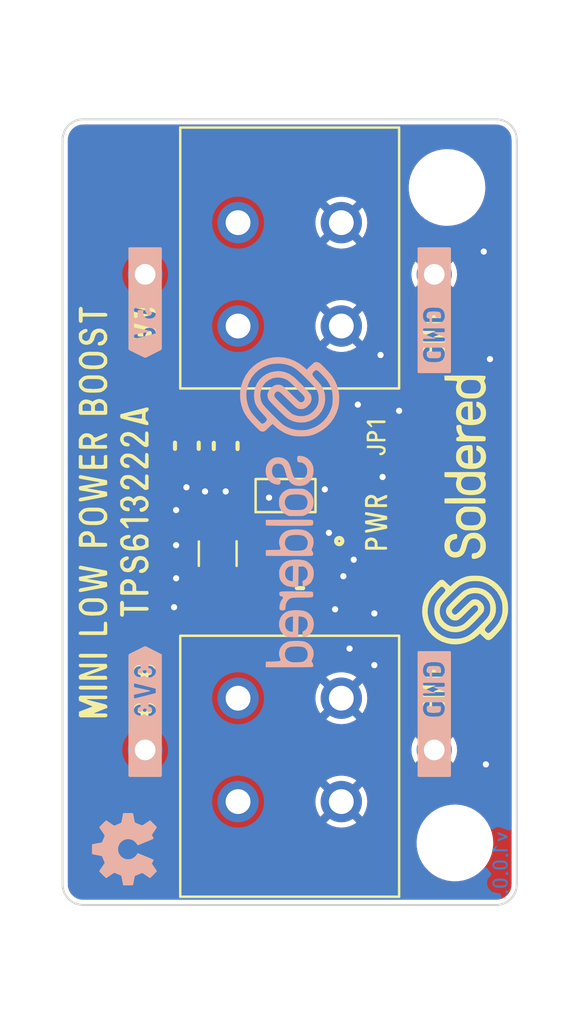
<source format=kicad_pcb>
(kicad_pcb (version 20211014) (generator pcbnew)
  (title_block (title "Mini low-power TPS613222A boost converter") (date "2021-09-20") (rev "V1.0.0.") (company "SOLDERED") (comment 1 "333096"))
  (layers (0 "F.Cu" signal) (31 "B.Cu" signal) (34 "B.Paste" user) (35 "F.Paste" user) (36 "B.SilkS" user "B.Silkscreen") (37 "F.SilkS" user "F.Silkscreen") (38 "B.Mask" user) (39 "F.Mask" user) (44 "Edge.Cuts" user))
  (net 0 "")
  (net 1 "GND")
  (net 2 "5V")
  (net 3 "3V3")
  (net 4 "Net-(L1-Pad1)")
  (net 7 "Net-(D1-Pad1)")
  (net 8 "Net-(JP1-Pad2)")
  (net 9 "VOUT")
  (footprint "e-radionica.com footprinti:FIDUCIAL_23" (layer "F.Cu") (at 113.5 96.7)
    (fp_text reference "FD1")
    (fp_text value "FIDUCIAL")
    (fp_circle (center 0 0) (end 1 0) (layer "F.Cu") (width 0.2) (fill none))
    (pad "1" smd circle (at 0 0) (size 1 1) (layers "F.Cu" "F.Paste" "F.Mask") (clearance 1.1))
  )
  (footprint "e-radionica.com footprinti:HOLE_3.2mm" (layer "F.Cu") (at 128.62 97.3)
    (fp_text reference "H2" hide)
    (fp_text value "HOLE_3.2mm" hide)
    (pad "" np_thru_hole circle locked (at 0 0) (size 3.2 3.2) (drill 3.2) (layers F&B.Cu *.Mask))
  )
  (footprint "buzzardLabel" (layer "F.Cu") (at 111.5 113 90)
    (fp_text reference "" (at 0 0 90) (layer "F.SilkS") (effects (font (size 1.27 1.27))))
    (fp_text value "" (at 0 0 90) (layer "F.SilkS") (effects (font (size 1.27 1.27))))
  )
  (footprint "e-radionica.com footprinti:TERMINAL_KF235-5.0-2P" (layer "F.Cu") (at 121 124.5)
    (fp_text reference "K5")
    (fp_text value "TERMINAL_KF235-5.0-2P")
    (pad "1" thru_hole circle (at 2.5 -2.5) (size 2 2) (drill 1.2) (layers *.Cu *.Mask) (net 1 "GND"))
    (pad "1" thru_hole circle (at 2.5 2.5) (size 2 2) (drill 1.2) (layers *.Cu *.Mask) (net 1 "GND"))
    (pad "2" thru_hole circle (at -2.5 2.5) (size 2 2) (drill 1.2) (layers *.Cu *.Mask) (net 3 "3V3"))
    (pad "2" thru_hole circle (at -2.5 -2.5) (size 2 2) (drill 1.2) (layers *.Cu *.Mask) (net 3 "3V3"))
  )
  (footprint "buzzardLabel" (layer "F.Cu") (at 114 126.2 90)
    (fp_text reference "" (at 0 0 90) (layer "F.SilkS") (effects (font (size 1.27 1.27))))
    (fp_text value "" (at 0 0 90) (layer "F.SilkS") (effects (font (size 1.27 1.27))))
  )
  (footprint "e-radionica.com footprinti:0805C" (layer "F.Cu") (at 116.02 109.79 90)
    (fp_text reference "C1")
    (fp_text value "CL10A226MP8NUNE")
    (pad "1" smd rect locked (at -0.975 0 180) (size 1.35 0.9) (layers "F.Cu" "F.Paste" "F.Mask") (net 1 "GND"))
    (pad "2" smd rect locked (at 0.975 0 180) (size 1.35 0.9) (layers "F.Cu" "F.Paste" "F.Mask") (net 2 "5V"))
  )
  (footprint "buzzardLabel" (layer "F.Cu") (at 125.2 113.5 90)
    (fp_text reference "" (at 0 0 90) (layer "F.SilkS") (effects (font (size 1.27 1.27))))
    (fp_text value "" (at 0 0 90) (layer "F.SilkS") (effects (font (size 1.27 1.27))))
  )
  (footprint "e-radionica.com footprinti:0402LED" (layer "F.Cu") (at 124 113.5 -90)
    (fp_text reference "D1")
    (fp_text value "purple")
    (pad "1" smd rect locked (at -0.55 0) (size 0.75 0.45) (layers "F.Cu" "F.Paste" "F.Mask") (net 7 "Net-(D1-Pad1)"))
    (pad "2" smd rect locked (at 0.55 0) (size 0.75 0.45) (layers "F.Cu" "F.Paste" "F.Mask") (net 1 "GND"))
  )
  (footprint "e-radionica.com footprinti:SMD-JUMPER-CONNECTED_TRACE_SLODERMASK" (layer "F.Cu") (at 124 109.4 -90)
    (fp_text reference "JP1")
    (fp_text value "SMD-JUMPER-CONNECTED_TRACE_SLODERMASK")
    (fp_poly (pts (xy 0.1 0.1) (xy -0.1 0.1) (xy -0.1 -0.1) (xy 0.1 -0.1)) (layer "F.Cu") (width 0.1) (fill solid))
    (pad "1" smd rect (at -0.35 0 270) (size 0.5 1) (layers "F.Cu" "F.Mask") (net 9 "VOUT"))
    (pad "2" smd rect (at 0.35 0 270) (size 0.5 1) (layers "F.Cu" "F.Mask") (net 8 "Net-(JP1-Pad2)"))
  )
  (footprint "buzzardLabel" (layer "F.Cu") (at 114 99.8 90)
    (fp_text reference "" (at 0 0 90) (layer "F.SilkS") (effects (font (size 1.27 1.27))))
    (fp_text value "" (at 0 0 90) (layer "F.SilkS") (effects (font (size 1.27 1.27))))
  )
  (footprint "buzzardLabel" (layer "F.Cu") (at 128 99.8 90)
    (fp_text reference "" (at 0 0 90) (layer "F.SilkS") (effects (font (size 1.27 1.27))))
    (fp_text value "" (at 0 0 90) (layer "F.SilkS") (effects (font (size 1.27 1.27))))
  )
  (footprint "buzzardLabel" (layer "F.Cu") (at 125.2 109.4 90)
    (fp_text reference "" (at 0 0 90) (layer "F.SilkS") (effects (font (size 1.27 1.27))))
    (fp_text value "" (at 0 0 90) (layer "F.SilkS") (effects (font (size 1.27 1.27))))
  )
  (footprint "e-radionica.com footprinti:HOLE_3.2mm" (layer "F.Cu") (at 129 129 90)
    (fp_text reference "H1" hide)
    (fp_text value "HOLE_3.2mm" hide)
    (pad "" np_thru_hole circle locked (at 0 0 90) (size 3.2 3.2) (drill 3.2) (layers F&B.Cu *.Mask))
  )
  (footprint "Soldered Graphics:Logo-Back-OSH-3.5mm" (layer "F.Cu") (at 113 129.3 90)
    (fp_text reference "G***" hide)
    (fp_text value "LOGO" hide)
  )
  (footprint "Soldered Graphics:Logo-Back-SolderedFULL-15mm" (layer "F.Cu") (at 121 113 90)
    (fp_text reference "REF**" hide)
    (fp_text value "Logo-Front-SolderedFULL-15mm" hide)
  )
  (footprint "e-radionica.com footprinti:TERMINAL_KF235-5.0-2P" (layer "F.Cu") (at 121 101.5 180)
    (fp_text reference "K2")
    (fp_text value "TERMINAL_KF235-5.0-2P")
    (pad "1" thru_hole circle (at 2.5 2.5 180) (size 2 2) (drill 1.2) (layers *.Cu *.Mask) (net 2 "5V"))
    (pad "1" thru_hole circle (at 2.5 -2.5 180) (size 2 2) (drill 1.2) (layers *.Cu *.Mask) (net 2 "5V"))
    (pad "2" thru_hole circle (at -2.5 2.5 180) (size 2 2) (drill 1.2) (layers *.Cu *.Mask) (net 1 "GND"))
    (pad "2" thru_hole circle (at -2.5 -2.5 180) (size 2 2) (drill 1.2) (layers *.Cu *.Mask) (net 1 "GND"))
  )
  (footprint "e-radionica.com footprinti:DFE252012F-1R0M=P2" (layer "F.Cu") (at 117.5 115 -90)
    (fp_text reference "L1")
    (fp_text value "DFE2016E-2R2M=P9")
    (pad "1" smd rect (at -1.2 0 270) (size 1 2.2) (layers "F.Cu" "F.Paste" "F.Mask") (net 4 "Net-(L1-Pad1)"))
    (pad "2" smd rect (at 1.2 0 270) (size 1 2.2) (layers "F.Cu" "F.Paste" "F.Mask") (net 3 "3V3"))
  )
  (footprint "buzzardLabel" (layer "F.Cu") (at 113.5 113 90)
    (fp_text reference "" (at 0 0 90) (layer "F.SilkS") (effects (font (size 1.27 1.27))))
    (fp_text value "" (at 0 0 90) (layer "F.SilkS") (effects (font (size 1.27 1.27))))
  )
  (footprint "e-radionica.com footprinti:0805C" (layer "F.Cu") (at 121.5 116.1 180)
    (fp_text reference "C3")
    (fp_text value "C1608X7S1A475K080AC")
    (pad "1" smd rect locked (at -0.975 0 270) (size 1.35 0.9) (layers "F.Cu" "F.Paste" "F.Mask") (net 1 "GND"))
    (pad "2" smd rect locked (at 0.975 0 270) (size 1.35 0.9) (layers "F.Cu" "F.Paste" "F.Mask") (net 3 "3V3"))
  )
  (footprint "e-radionica.com footprinti:0402R" (layer "F.Cu") (at 124 111.2225 -90)
    (fp_text reference "R1")
    (fp_text value "1k")
    (pad "1" smd rect locked (at -0.5 0) (size 0.64 0.54) (layers "F.Cu" "F.Paste" "F.Mask") (net 8 "Net-(JP1-Pad2)"))
    (pad "2" smd rect locked (at 0.5 0) (size 0.64 0.54) (layers "F.Cu" "F.Paste" "F.Mask") (net 7 "Net-(D1-Pad1)"))
  )
  (footprint "e-radionica.com footprinti:0805C" (layer "F.Cu") (at 117.9 109.8 90)
    (fp_text reference "C2")
    (fp_text value "CL10A226MP8NUNE")
    (pad "1" smd rect locked (at -0.975 0 180) (size 1.35 0.9) (layers "F.Cu" "F.Paste" "F.Mask") (net 1 "GND"))
    (pad "2" smd rect locked (at 0.975 0 180) (size 1.35 0.9) (layers "F.Cu" "F.Paste" "F.Mask") (net 2 "5V"))
  )
  (footprint "e-radionica.com footprinti:tps613222a" (layer "F.Cu") (at 120.8 112.2 90)
    (fp_text reference "U1")
    (fp_text value "TPS613222A")
    (pad "1" smd rect (at -1.3 -0.95 90) (size 1.1 0.6) (layers "F.Cu" "F.Paste" "F.Mask") (net 4 "Net-(L1-Pad1)"))
    (pad "2" smd rect (at -1.3 0 90) (size 1.1 0.6) (layers "F.Cu" "F.Paste" "F.Mask") (net 1 "GND"))
    (pad "3" smd rect (at -1.3 0.95 90) (size 1.1 0.6) (layers "F.Cu" "F.Paste" "F.Mask"))
    (pad "4" smd rect (at 1.3 0.95 90) (size 1.1 0.6) (layers "F.Cu" "F.Paste" "F.Mask") (net 2 "5V"))
    (pad "5" smd rect (at 1.3 -0.95 90) (size 1.1 0.6) (layers "F.Cu" "F.Paste" "F.Mask"))
  )
  (footprint "Soldered Graphics:Logo-Front-SolderedFULL-13mm" (layer "F.Cu") (at 129.5 112.9 90)
    (fp_text reference "REF**" hide)
    (fp_text value "Logo-Front-SolderedFULL-13mm" hide)
  )
  (footprint "buzzardLabel" (layer "F.Cu") (at 128 126.2 90)
    (fp_text reference "" (at 0 0 90) (layer "F.SilkS") (effects (font (size 1.27 1.27))))
    (fp_text value "" (at 0 0 90) (layer "F.SilkS") (effects (font (size 1.27 1.27))))
  )
  (footprint "buzzardLabel" (layer "B.Cu") (at 128 126.2 -90)
    (fp_text reference "" (at 0 0 90) (layer "B.SilkS") (effects (font (size 1.27 1.27)) (justify mirror)))
    (fp_text value "" (at 0 0 90) (layer "B.SilkS") (effects (font (size 1.27 1.27)) (justify mirror)))
  )
  (footprint "buzzardLabel" (layer "B.Cu") (at 114 126.2 -90)
    (fp_text reference "" (at 0 0 90) (layer "B.SilkS") (effects (font (size 1.27 1.27)) (justify mirror)))
    (fp_text value "" (at 0 0 90) (layer "B.SilkS") (effects (font (size 1.27 1.27)) (justify mirror)))
  )
  (footprint "e-radionica.com footprinti:HEADER_MALE_1X1" (layer "B.Cu") (at 114 124.5 90)
    (fp_text reference "K4")
    (fp_text value "HEADER_MALE_1X1")
    (pad "1" thru_hole circle locked (at 0 0 90) (size 1.7 1.7) (drill 1) (layers *.Cu *.Mask) (net 3 "3V3"))
  )
  (footprint "e-radionica.com footprinti:HEADER_MALE_1X1" (layer "B.Cu") (at 128 124.5 180)
    (fp_text reference "K6")
    (fp_text value "HEADER_MALE_1X1")
    (pad "1" thru_hole circle locked (at 0 0 180) (size 1.7 1.7) (drill 1) (layers *.Cu *.Mask) (net 1 "GND"))
  )
  (footprint "e-radionica.com footprinti:HEADER_MALE_1X1" (layer "B.Cu") (at 128 101.5 180)
    (fp_text reference "K3")
    (fp_text value "HEADER_MALE_1X1")
    (pad "1" thru_hole circle locked (at 0 0 180) (size 1.7 1.7) (drill 1) (layers *.Cu *.Mask) (net 1 "GND"))
  )
  (footprint "buzzardLabel" (layer "B.Cu") (at 128 99.8 -90)
    (fp_text reference "" (at 0 0 90) (layer "B.SilkS") (effects (font (size 1.27 1.27)) (justify mirror)))
    (fp_text value "" (at 0 0 90) (layer "B.SilkS") (effects (font (size 1.27 1.27)) (justify mirror)))
  )
  (footprint "e-radionica.com footprinti:HEADER_MALE_1X1" (layer "B.Cu") (at 114 101.5 180)
    (fp_text reference "K1")
    (fp_text value "HEADER_MALE_1X1")
    (pad "1" thru_hole circle locked (at 0 0 180) (size 1.7 1.7) (drill 1) (layers *.Cu *.Mask) (net 2 "5V"))
  )
  (footprint "Soldered Graphics:Version1.0.0." (layer "B.Cu") (at 131.2 130 -90)
    (fp_text reference "Ref**" hide)
    (fp_text value "Val**" hide)
    (fp_poly (pts (xy -0.67 -0.35) (xy -0.62 -0.35) (xy -0.6 -0.31) (xy -0.6 0.35) (xy -0.64 0.38) (xy -0.69 0.38) (xy -0.73 0.34) (xy -0.84 0.22) (xy -0.86 0.17) (xy -0.83 0.16) (xy -0.73 0.22) (xy -0.69 0.23) (xy -0.69 -0.31) (xy -0.67 -0.35)) (layer "B.Cu") (width 0.01) (fill solid))
    (fp_poly (pts (xy -1.33 -0.35) (xy -1.27 -0.35) (xy -1.25 -0.31) (xy -1.09 0.1) (xy -1.11 0.13) (xy -1.16 0.13) (xy -1.19 0.1) (xy -1.28 -0.16) (xy -1.3 -0.21) (xy -1.32 -0.17) (xy -1.41 0.09) (xy -1.44 0.13) (xy -1.49 0.13) (xy -1.51 0.1) (xy -1.36 -0.31) (xy -1.33 -0.35)) (layer "B.Cu") (width 0.01) (fill solid))
    (fp_poly (pts (xy 1.31 -0.38) (xy 1.36 -0.38) (xy 1.41 -0.37) (xy 1.42 -0.33) (xy 1.42 -0.27) (xy 1.38 -0.26) (xy 1.33 -0.26) (xy 1.3 -0.29) (xy 1.3 -0.34) (xy 1.31 -0.38)) (layer "B.Cu") (width 0.01) (fill solid))
    (fp_poly (pts (xy 0.43 -0.38) (xy 0.48 -0.38) (xy 0.54 -0.37) (xy 0.54 -0.33) (xy 0.54 -0.27) (xy 0.5 -0.26) (xy 0.45 -0.26) (xy 0.42 -0.29) (xy 0.42 -0.34) (xy 0.43 -0.38)) (layer "B.Cu") (width 0.01) (fill solid))
    (fp_poly (pts (xy -0.44 -0.38) (xy -0.39 -0.38) (xy -0.34 -0.37) (xy -0.34 -0.33) (xy -0.34 -0.27) (xy -0.38 -0.26) (xy -0.43 -0.26) (xy -0.46 -0.29) (xy -0.46 -0.34) (xy -0.44 -0.38)) (layer "B.Cu") (width 0.01) (fill solid))
    (fp_poly (pts (xy 0.93 -0.35) (xy 0.99 -0.35) (xy 1.04 -0.33) (xy 1.01 -0.28) (xy 0.91 -0.28) (xy 0.87 -0.25) (xy 0.85 -0.2) (xy 0.83 -0.15) (xy 0.83 -0.11) (xy 0.82 0.01) (xy 0.83 0.13) (xy 0.83 0.17) (xy 0.84 0.22) (xy 0.87 0.27) (xy 0.9 0.3) (xy 1.01 0.3) (xy 1.04 0.26) (xy 1.05 0.21) (xy 1.06 0.15) (xy 1.07 0.05) (xy 1.07 -0.08) (xy 1.06 -0.12) (xy 1.06 -0.17) (xy 1.04 -0.22) (xy 1.02 -0.27) (xy 1.01 -0.28) (xy 1.05 -0.32) (xy 1.09 -0.29) (xy 1.12 -0.26) (xy 1.14 -0.22) (xy 1.15 -0.16) (xy 1.16 -0.11) (xy 1.16 -0.06) (xy 1.16 0.06) (xy 1.16 0.12) (xy 1.15 0.17) (xy 1.14 0.22) (xy 1.13 0.27) (xy 1.1 0.3) (xy 1.06 0.34) (xy 1.01 0.37) (xy 0.95 0.38) (xy 0.9 0.38) (xy 0.84 0.35) (xy 0.8 0.31) (xy 0.78 0.28) (xy 0.75 0.23) (xy 0.74 0.18) (xy 0.74 0.13) (xy 0.73 0.08) (xy 0.73 -0.04) (xy 0.73 -0.1) (xy 0.74 -0.14) (xy 0.75 -0.2) (xy 0.77 -0.25) (xy 0.79 -0.28) (xy 0.83 -0.32) (xy 0.89 -0.35) (xy 0.93 -0.35)) (layer "B.Cu") (width 0.01) (fill solid))
    (fp_poly (pts (xy 0.06 -0.35) (xy 0.11 -0.35) (xy 0.17 -0.33) (xy 0.13 -0.28) (xy 0.03 -0.28) (xy -0.01 -0.25) (xy -0.03 -0.2) (xy -0.05 -0.15) (xy -0.05 -0.11) (xy -0.05 0.01) (xy -0.05 0.13) (xy -0.05 0.17) (xy -0.03 0.22) (xy -0.01 0.27) (xy 0.02 0.3) (xy 0.13 0.3) (xy 0.16 0.26) (xy 0.18 0.21) (xy 0.18 0.15) (xy 0.19 0.05) (xy 0.19 -0.08) (xy 0.19 -0.12) (xy 0.18 -0.17) (xy 0.16 -0.22) (xy 0.14 -0.27) (xy 0.14 -0.28) (xy 0.17 -0.32) (xy 0.21 -0.29) (xy 0.24 -0.26) (xy 0.26 -0.22) (xy 0.27 -0.16) (xy 0.28 -0.11) (xy 0.28 -0.06) (xy 0.28 0.06) (xy 0.28 0.12) (xy 0.27 0.17) (xy 0.26 0.22) (xy 0.25 0.27) (xy 0.22 0.3) (xy 0.19 0.34) (xy 0.13 0.37) (xy 0.08 0.38) (xy 0.02 0.38) (xy -0.03 0.35) (xy -0.08 0.31) (xy -0.1 0.28) (xy -0.12 0.23) (xy -0.14 0.18) (xy -0.14 0.13) (xy -0.15 0.08) (xy -0.15 -0.04) (xy -0.14 -0.1) (xy -0.14 -0.14) (xy -0.13 -0.2) (xy -0.11 -0.25) (xy -0.08 -0.28) (xy -0.05 -0.32) (xy 0.01 -0.35) (xy 0.06 -0.35)) (layer "B.Cu") (width 0.01) (fill solid))
  )
  (footprint "buzzardLabel" (layer "B.Cu") (at 114 99.8 -90)
    (fp_text reference "" (at 0 0 90) (layer "B.SilkS") (effects (font (size 1.27 1.27)) (justify mirror)))
    (fp_text value "" (at 0 0 90) (layer "B.SilkS") (effects (font (size 1.27 1.27)) (justify mirror)))
  )
  (gr_arc (start 111 132) (mid 110.292893 131.707107) (end 110 131) (layer "Edge.Cuts") (width 0.1))
  (gr_line (start 110 131) (end 110 95) (layer "Edge.Cuts") (width 0.1))
  (gr_line (start 111 94) (end 131 94) (layer "Edge.Cuts") (width 0.1))
  (gr_arc (start 132 131) (mid 131.707107 131.707107) (end 131 132) (layer "Edge.Cuts") (width 0.1))
  (gr_arc (start 110 95) (mid 110.292893 94.292893) (end 111 94) (layer "Edge.Cuts") (width 0.1))
  (gr_line (start 132 95) (end 132 131) (layer "Edge.Cuts") (width 0.1))
  (gr_line (start 131 132) (end 111 132) (layer "Edge.Cuts") (width 0.1))
  (gr_arc (start 131 94) (mid 131.707107 94.292893) (end 132 95) (layer "Edge.Cuts") (width 0.1))
  (via (at 126.3 108.1) (size 0.5) (drill 0.3) (layers "F.Cu" "B.Cu") (net 1))
  (via (at 124.1 115.3) (size 0.5) (drill 0.3) (layers "F.Cu" "B.Cu") (net 1))
  (via (at 120 112.3) (size 0.5) (drill 0.3) (layers "F.Cu" "B.Cu") (net 1))
  (via (at 123.2 117.7) (size 0.5) (drill 0.3) (layers "F.Cu" "B.Cu") (net 1))
  (via (at 124.3 107.8) (size 0.5) (drill 0.3) (layers "F.Cu" "B.Cu") (net 1))
  (via (at 116.9 112) (size 0.5) (drill 0.3) (layers "F.Cu" "B.Cu") (net 1))
  (via (at 125.4 105.4) (size 0.5) (drill 0.3) (layers "F.Cu" "B.Cu") (net 1))
  (via (at 115.5 112.9) (size 0.5) (drill 0.3) (layers "F.Cu" "B.Cu") (net 1))
  (via (at 115.4 117.6) (size 0.5) (drill 0.3) (layers "F.Cu" "B.Cu") (net 1))
  (via (at 117.9 112) (size 0.5) (drill 0.3) (layers "F.Cu" "B.Cu") (net 1))
  (via (at 130.7 105.6) (size 0.5) (drill 0.3) (layers "F.Cu" "B.Cu") (net 1))
  (via (at 122.9 114) (size 0.5) (drill 0.3) (layers "F.Cu" "B.Cu") (net 1))
  (via (at 130.5 125.2) (size 0.5) (drill 0.3) (layers "F.Cu" "B.Cu") (net 1))
  (via (at 122.7 111.9) (size 0.5) (drill 0.3) (layers "F.Cu" "B.Cu") (net 1))
  (via (at 125.1 120.4) (size 0.5) (drill 0.3) (layers "F.Cu" "B.Cu") (net 1))
  (via (at 125.1 117.9) (size 0.5) (drill 0.3) (layers "F.Cu" "B.Cu") (net 1))
  (via (at 125.5 111.3) (size 0.5) (drill 0.3) (layers "F.Cu" "B.Cu") (net 1))
  (via (at 115.5 116.2) (size 0.5) (drill 0.3) (layers "F.Cu" "B.Cu") (net 1))
  (via (at 116 111.8) (size 0.5) (drill 0.3) (layers "F.Cu" "B.Cu") (net 1))
  (via (at 123.9 119.6) (size 0.5) (drill 0.3) (layers "F.Cu" "B.Cu") (net 1))
  (via (at 130.4 100.4) (size 0.5) (drill 0.3) (layers "F.Cu" "B.Cu") (net 1))
  (via (at 123.6 116.1) (size 0.5) (drill 0.3) (layers "F.Cu" "B.Cu") (net 1))
  (via (at 115.5 114.6) (size 0.5) (drill 0.3) (layers "F.Cu" "B.Cu") (net 1))
  (segment (start 124 111.7225) (end 124 112.95) (width 0.5) (layer "F.Cu") (net 7))
  (segment (start 124 110.7225) (end 124 109.75) (width 0.5) (layer "F.Cu") (net 8))
  (zone (net 2) (net_name "5V") (layer "F.Cu") (priority 1) (connect_pads yes (clearance 0.254)) (min_thickness 0.254) (fill yes (thermal_gap 0.254) (thermal_bridge_width 0.4))
    (polygon (pts (xy 120 106.4) (xy 122.1 108.5) (xy 122.1 111.4) (xy 121.4 111.4) (xy 121.4 110.3) (xy 121 109.9) (xy 119.4 109.9) (xy 118.8 109.3) (xy 113.3 109.3) (xy 112 108) (xy 112 100) (xy 117 97.5) (xy 119.5 97.5) (xy 120 98) (xy 120 105.5)))
  )
  (zone (net 1) (net_name "GND") (layers F&B.Cu) (connect_pads (clearance 0.254)) (min_thickness 0.254) (fill yes (thermal_gap 0.254) (thermal_bridge_width 0.4))
    (polygon (pts (xy 132 132) (xy 110 132) (xy 110 94) (xy 132 94)))
  )
  (zone (net 4) (net_name "Net-(L1-Pad1)") (layer "F.Cu") (priority 4) (connect_pads yes (clearance 0.254)) (min_thickness 0.254) (fill yes (thermal_gap 0.254) (thermal_bridge_width 0.4))
    (polygon (pts (xy 120.2 114.1) (xy 119.6 114.1) (xy 119.4 114.3) (xy 116.4 114.3) (xy 116.4 113.2) (xy 118.6 113.2) (xy 118.9 112.9) (xy 120.2 112.9)))
  )
  (zone (net 3) (net_name "3V3") (layer "F.Cu") (priority 3) (connect_pads yes (clearance 0.254)) (min_thickness 0.254) (fill yes (thermal_gap 0.254) (thermal_bridge_width 0.254))
    (polygon (pts (xy 121 116.8) (xy 120.3 117.5) (xy 120.3 127.9) (xy 119.4 128.8) (xy 117.4 128.8) (xy 114.5 125.9) (xy 113.1 125.9) (xy 112.5 125.3) (xy 112.5 123.3) (xy 113 122.8) (xy 115.9 122.8) (xy 116.4 122.3) (xy 116.4 116.8) (xy 116.4 115.7) (xy 118.9 115.7) (xy 119.2 115.4) (xy 121 115.4)))
  )
)
</source>
